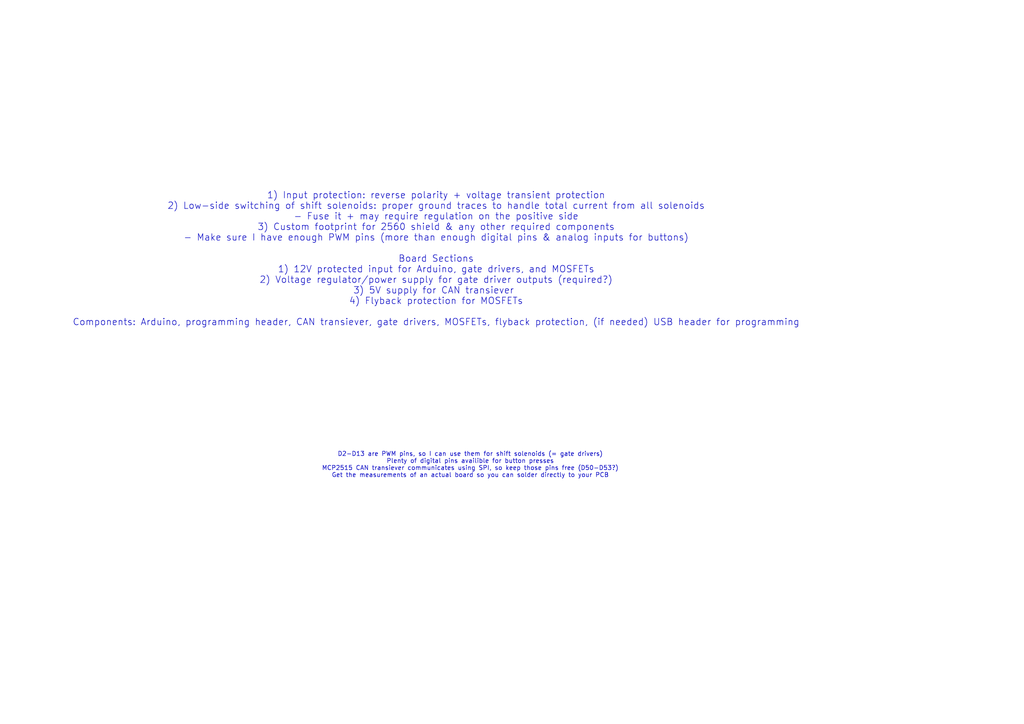
<source format=kicad_sch>
(kicad_sch
	(version 20231120)
	(generator "eeschema")
	(generator_version "8.0")
	(uuid "fab55a76-018d-479e-806d-47398c1ea91a")
	(paper "A4")
	(title_block
		(title "ZF 8HP Transmission Controller")
		(date "2024-07-13")
		(company "Joelathan Racing")
	)
	(lib_symbols)
	(text "D2-D13 are PWM pins, so I can use them for shift solenoids (= gate drivers)\nPlenty of digital pins availible for button presses\nMCP2515 CAN transiever communicates using SPI, so keep those pins free (D50-D53?)\nGet the measurements of an actual board so you can solder directly to your PCB"
		(exclude_from_sim no)
		(at 136.398 134.874 0)
		(effects
			(font
				(size 1.27 1.27)
			)
		)
		(uuid "53ea338c-d473-496d-825e-4c2387714e6e")
	)
	(text "1) Input protection: reverse polarity + voltage transient protection\n2) Low-side switching of shift solenoids: proper ground traces to handle total current from all solenoids\n- Fuse it + may require regulation on the positive side\n3) Custom footprint for 2560 shield & any other required components\n- Make sure I have enough PWM pins (more than enough digital pins & analog inputs for buttons)\n\nBoard Sections\n1) 12V protected input for Arduino, gate drivers, and MOSFETs\n2) Voltage regulator/power supply for gate driver outputs (required?)\n3) 5V supply for CAN transiever \n4) Flyback protection for MOSFETs\n\nComponents: Arduino, programming header, CAN transiever, gate drivers, MOSFETs, flyback protection, (if needed) USB header for programming"
		(exclude_from_sim no)
		(at 126.492 75.184 0)
		(effects
			(font
				(size 1.905 1.905)
			)
		)
		(uuid "a9c1e006-172b-419d-b151-136ac2b4b448")
	)
	(sheet_instances
		(path "/"
			(page "1")
		)
	)
)

</source>
